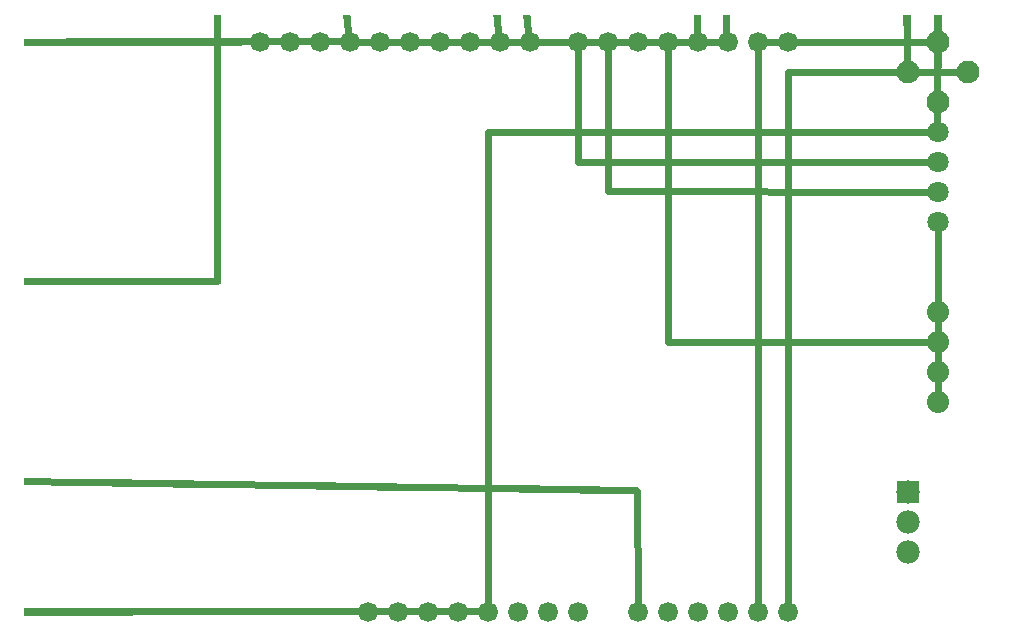
<source format=gbl>
G04 MADE WITH FRITZING*
G04 WWW.FRITZING.ORG*
G04 DOUBLE SIDED*
G04 HOLES PLATED*
G04 CONTOUR ON CENTER OF CONTOUR VECTOR*
%ASAXBY*%
%FSLAX23Y23*%
%MOIN*%
%OFA0B0*%
%SFA1.0B1.0*%
%ADD10C,0.078000*%
%ADD11C,0.066194*%
%ADD12C,0.066222*%
%ADD13C,0.076000*%
%ADD14C,0.071000*%
%ADD15C,0.070972*%
%ADD16C,0.073889*%
%ADD17R,0.078000X0.078000*%
%ADD18C,0.024000*%
%ADD19R,0.001000X0.001000*%
%LNCOPPER0*%
G90*
G70*
G54D10*
X2944Y633D03*
X2944Y533D03*
X2944Y433D03*
G54D11*
X2144Y233D03*
X2244Y233D03*
X2344Y233D03*
X2444Y233D03*
X2544Y233D03*
G54D12*
X1684Y2133D03*
X1584Y2133D03*
X1484Y2133D03*
X1384Y2133D03*
X1284Y2133D03*
X1184Y2133D03*
X1084Y2133D03*
X984Y2133D03*
X884Y2133D03*
X784Y2133D03*
X2544Y2133D03*
X2444Y2133D03*
X2344Y2133D03*
X2244Y2133D03*
X2144Y2133D03*
X2044Y2133D03*
X1944Y2133D03*
X1844Y2133D03*
G54D11*
X1244Y233D03*
X1144Y233D03*
X1344Y233D03*
X1444Y233D03*
X1544Y233D03*
X1644Y233D03*
X1744Y233D03*
X1844Y233D03*
X2044Y233D03*
G54D13*
X3144Y2033D03*
X2944Y2033D03*
X3044Y1933D03*
X3044Y2133D03*
G54D14*
X3044Y1833D03*
X3044Y1733D03*
G54D15*
X3044Y1633D03*
X3044Y1533D03*
G54D16*
X3044Y933D03*
X3044Y1033D03*
X3044Y1133D03*
X3044Y1233D03*
G54D17*
X2944Y633D03*
G54D18*
X2044Y264D02*
X2042Y637D01*
D02*
X1546Y1831D02*
X1544Y264D01*
D02*
X3014Y1833D02*
X1546Y1831D01*
D02*
X2544Y2033D02*
X3112Y2033D01*
D02*
X2544Y264D02*
X2544Y2033D01*
D02*
X2342Y2131D02*
X1115Y2133D01*
D02*
X1944Y1635D02*
X3014Y1633D01*
D02*
X1944Y2103D02*
X1944Y1635D01*
D02*
X2447Y2131D02*
X2444Y264D01*
D02*
X3012Y2133D02*
X2447Y2131D01*
D02*
X2146Y1132D02*
X2144Y2103D01*
D02*
X3010Y1133D02*
X2146Y1132D01*
D02*
X1846Y1733D02*
X1845Y2103D01*
D02*
X3014Y1733D02*
X1846Y1733D01*
D02*
X3047Y1433D02*
X3045Y1503D01*
D02*
X3045Y968D02*
X3047Y1433D01*
G54D19*
X633Y2222D02*
X656Y2222D01*
X1063Y2222D02*
X1086Y2222D01*
X1564Y2222D02*
X1587Y2222D01*
X1663Y2222D02*
X1686Y2222D01*
X2232Y2222D02*
X2255Y2222D01*
X2330Y2222D02*
X2353Y2222D01*
X2931Y2222D02*
X2954Y2222D01*
X3033Y2222D02*
X3058Y2222D01*
X633Y2221D02*
X656Y2221D01*
X1063Y2221D02*
X1086Y2221D01*
X1564Y2221D02*
X1587Y2221D01*
X1663Y2221D02*
X1686Y2221D01*
X2232Y2221D02*
X2255Y2221D01*
X2330Y2221D02*
X2353Y2221D01*
X2931Y2221D02*
X2954Y2221D01*
X3033Y2221D02*
X3058Y2221D01*
X633Y2220D02*
X656Y2220D01*
X1063Y2220D02*
X1087Y2220D01*
X1564Y2220D02*
X1587Y2220D01*
X1663Y2220D02*
X1687Y2220D01*
X2232Y2220D02*
X2255Y2220D01*
X2330Y2220D02*
X2353Y2220D01*
X2931Y2220D02*
X2954Y2220D01*
X3033Y2220D02*
X3058Y2220D01*
X633Y2219D02*
X656Y2219D01*
X1064Y2219D02*
X1087Y2219D01*
X1564Y2219D02*
X1587Y2219D01*
X1664Y2219D02*
X1687Y2219D01*
X2232Y2219D02*
X2255Y2219D01*
X2330Y2219D02*
X2353Y2219D01*
X2931Y2219D02*
X2954Y2219D01*
X3033Y2219D02*
X3058Y2219D01*
X633Y2218D02*
X656Y2218D01*
X1064Y2218D02*
X1087Y2218D01*
X1564Y2218D02*
X1587Y2218D01*
X1664Y2218D02*
X1687Y2218D01*
X2232Y2218D02*
X2255Y2218D01*
X2330Y2218D02*
X2353Y2218D01*
X2931Y2218D02*
X2954Y2218D01*
X3033Y2218D02*
X3058Y2218D01*
X633Y2217D02*
X656Y2217D01*
X1064Y2217D02*
X1087Y2217D01*
X1564Y2217D02*
X1587Y2217D01*
X1664Y2217D02*
X1687Y2217D01*
X2232Y2217D02*
X2255Y2217D01*
X2330Y2217D02*
X2353Y2217D01*
X2931Y2217D02*
X2954Y2217D01*
X3033Y2217D02*
X3058Y2217D01*
X633Y2216D02*
X656Y2216D01*
X1064Y2216D02*
X1087Y2216D01*
X1564Y2216D02*
X1587Y2216D01*
X1664Y2216D02*
X1687Y2216D01*
X2232Y2216D02*
X2255Y2216D01*
X2330Y2216D02*
X2353Y2216D01*
X2931Y2216D02*
X2954Y2216D01*
X3033Y2216D02*
X3058Y2216D01*
X633Y2215D02*
X656Y2215D01*
X1064Y2215D02*
X1087Y2215D01*
X1564Y2215D02*
X1588Y2215D01*
X1664Y2215D02*
X1687Y2215D01*
X2232Y2215D02*
X2255Y2215D01*
X2330Y2215D02*
X2353Y2215D01*
X2931Y2215D02*
X2954Y2215D01*
X3033Y2215D02*
X3058Y2215D01*
X633Y2214D02*
X656Y2214D01*
X1064Y2214D02*
X1087Y2214D01*
X1565Y2214D02*
X1588Y2214D01*
X1664Y2214D02*
X1687Y2214D01*
X2232Y2214D02*
X2255Y2214D01*
X2330Y2214D02*
X2353Y2214D01*
X2931Y2214D02*
X2954Y2214D01*
X3033Y2214D02*
X3058Y2214D01*
X633Y2213D02*
X656Y2213D01*
X1064Y2213D02*
X1087Y2213D01*
X1565Y2213D02*
X1588Y2213D01*
X1664Y2213D02*
X1687Y2213D01*
X2232Y2213D02*
X2255Y2213D01*
X2330Y2213D02*
X2353Y2213D01*
X2931Y2213D02*
X2954Y2213D01*
X3033Y2213D02*
X3058Y2213D01*
X633Y2212D02*
X656Y2212D01*
X1064Y2212D02*
X1087Y2212D01*
X1565Y2212D02*
X1588Y2212D01*
X1664Y2212D02*
X1687Y2212D01*
X2232Y2212D02*
X2255Y2212D01*
X2330Y2212D02*
X2353Y2212D01*
X2931Y2212D02*
X2954Y2212D01*
X3033Y2212D02*
X3058Y2212D01*
X633Y2211D02*
X656Y2211D01*
X1064Y2211D02*
X1087Y2211D01*
X1565Y2211D02*
X1588Y2211D01*
X1664Y2211D02*
X1687Y2211D01*
X2232Y2211D02*
X2255Y2211D01*
X2330Y2211D02*
X2353Y2211D01*
X2931Y2211D02*
X2954Y2211D01*
X3033Y2211D02*
X3058Y2211D01*
X633Y2210D02*
X656Y2210D01*
X1064Y2210D02*
X1088Y2210D01*
X1565Y2210D02*
X1588Y2210D01*
X1664Y2210D02*
X1688Y2210D01*
X2232Y2210D02*
X2255Y2210D01*
X2330Y2210D02*
X2353Y2210D01*
X2931Y2210D02*
X2954Y2210D01*
X3033Y2210D02*
X3058Y2210D01*
X633Y2209D02*
X656Y2209D01*
X1065Y2209D02*
X1088Y2209D01*
X1565Y2209D02*
X1588Y2209D01*
X1665Y2209D02*
X1688Y2209D01*
X2232Y2209D02*
X2255Y2209D01*
X2330Y2209D02*
X2353Y2209D01*
X2931Y2209D02*
X2954Y2209D01*
X3033Y2209D02*
X3058Y2209D01*
X633Y2208D02*
X656Y2208D01*
X1065Y2208D02*
X1088Y2208D01*
X1565Y2208D02*
X1588Y2208D01*
X1665Y2208D02*
X1688Y2208D01*
X2232Y2208D02*
X2255Y2208D01*
X2330Y2208D02*
X2353Y2208D01*
X2931Y2208D02*
X2954Y2208D01*
X3033Y2208D02*
X3058Y2208D01*
X633Y2207D02*
X656Y2207D01*
X1065Y2207D02*
X1088Y2207D01*
X1565Y2207D02*
X1588Y2207D01*
X1665Y2207D02*
X1688Y2207D01*
X2232Y2207D02*
X2255Y2207D01*
X2330Y2207D02*
X2353Y2207D01*
X2931Y2207D02*
X2954Y2207D01*
X3033Y2207D02*
X3058Y2207D01*
X633Y2206D02*
X656Y2206D01*
X1065Y2206D02*
X1088Y2206D01*
X1565Y2206D02*
X1588Y2206D01*
X1665Y2206D02*
X1688Y2206D01*
X2232Y2206D02*
X2255Y2206D01*
X2330Y2206D02*
X2353Y2206D01*
X2931Y2206D02*
X2954Y2206D01*
X3033Y2206D02*
X3058Y2206D01*
X633Y2205D02*
X656Y2205D01*
X1065Y2205D02*
X1088Y2205D01*
X1565Y2205D02*
X1589Y2205D01*
X1665Y2205D02*
X1688Y2205D01*
X2232Y2205D02*
X2255Y2205D01*
X2330Y2205D02*
X2353Y2205D01*
X2931Y2205D02*
X2954Y2205D01*
X3033Y2205D02*
X3057Y2205D01*
X633Y2204D02*
X656Y2204D01*
X1065Y2204D02*
X1088Y2204D01*
X1565Y2204D02*
X1589Y2204D01*
X1665Y2204D02*
X1688Y2204D01*
X2232Y2204D02*
X2255Y2204D01*
X2330Y2204D02*
X2353Y2204D01*
X2931Y2204D02*
X2954Y2204D01*
X3033Y2204D02*
X3057Y2204D01*
X633Y2203D02*
X656Y2203D01*
X1065Y2203D02*
X1088Y2203D01*
X1566Y2203D02*
X1589Y2203D01*
X1665Y2203D02*
X1688Y2203D01*
X2232Y2203D02*
X2255Y2203D01*
X2330Y2203D02*
X2353Y2203D01*
X2931Y2203D02*
X2954Y2203D01*
X3033Y2203D02*
X3057Y2203D01*
X633Y2202D02*
X656Y2202D01*
X1065Y2202D02*
X1088Y2202D01*
X1566Y2202D02*
X1589Y2202D01*
X1665Y2202D02*
X1688Y2202D01*
X2232Y2202D02*
X2255Y2202D01*
X2330Y2202D02*
X2353Y2202D01*
X2931Y2202D02*
X2954Y2202D01*
X3033Y2202D02*
X3057Y2202D01*
X633Y2201D02*
X656Y2201D01*
X1065Y2201D02*
X1088Y2201D01*
X1566Y2201D02*
X1589Y2201D01*
X1665Y2201D02*
X1688Y2201D01*
X2232Y2201D02*
X2255Y2201D01*
X2330Y2201D02*
X2353Y2201D01*
X2931Y2201D02*
X2954Y2201D01*
X3033Y2201D02*
X3057Y2201D01*
X633Y2200D02*
X656Y2200D01*
X1065Y2200D02*
X1089Y2200D01*
X1566Y2200D02*
X1589Y2200D01*
X1665Y2200D02*
X1689Y2200D01*
X2232Y2200D02*
X2255Y2200D01*
X2330Y2200D02*
X2353Y2200D01*
X2931Y2200D02*
X2954Y2200D01*
X3033Y2200D02*
X3057Y2200D01*
X633Y2199D02*
X656Y2199D01*
X1066Y2199D02*
X1089Y2199D01*
X1566Y2199D02*
X1589Y2199D01*
X1666Y2199D02*
X1689Y2199D01*
X2232Y2199D02*
X2255Y2199D01*
X2330Y2199D02*
X2353Y2199D01*
X2931Y2199D02*
X2954Y2199D01*
X3033Y2199D02*
X3057Y2199D01*
X633Y2198D02*
X656Y2198D01*
X1066Y2198D02*
X1089Y2198D01*
X1566Y2198D02*
X1589Y2198D01*
X1666Y2198D02*
X1689Y2198D01*
X2232Y2198D02*
X2255Y2198D01*
X2330Y2198D02*
X2353Y2198D01*
X2931Y2198D02*
X2954Y2198D01*
X3033Y2198D02*
X3057Y2198D01*
X633Y2197D02*
X656Y2197D01*
X1066Y2197D02*
X1089Y2197D01*
X1566Y2197D02*
X1589Y2197D01*
X1666Y2197D02*
X1689Y2197D01*
X2232Y2197D02*
X2255Y2197D01*
X2330Y2197D02*
X2353Y2197D01*
X2931Y2197D02*
X2954Y2197D01*
X3033Y2197D02*
X3057Y2197D01*
X633Y2196D02*
X656Y2196D01*
X1066Y2196D02*
X1089Y2196D01*
X1566Y2196D02*
X1589Y2196D01*
X1666Y2196D02*
X1689Y2196D01*
X2232Y2196D02*
X2255Y2196D01*
X2330Y2196D02*
X2353Y2196D01*
X2931Y2196D02*
X2954Y2196D01*
X3033Y2196D02*
X3057Y2196D01*
X633Y2195D02*
X656Y2195D01*
X1066Y2195D02*
X1089Y2195D01*
X1566Y2195D02*
X1589Y2195D01*
X1666Y2195D02*
X1689Y2195D01*
X2232Y2195D02*
X2255Y2195D01*
X2330Y2195D02*
X2353Y2195D01*
X2931Y2195D02*
X2954Y2195D01*
X3033Y2195D02*
X3057Y2195D01*
X633Y2194D02*
X656Y2194D01*
X1066Y2194D02*
X1089Y2194D01*
X1566Y2194D02*
X1590Y2194D01*
X1666Y2194D02*
X1689Y2194D01*
X2232Y2194D02*
X2255Y2194D01*
X2330Y2194D02*
X2353Y2194D01*
X2931Y2194D02*
X2954Y2194D01*
X3033Y2194D02*
X3057Y2194D01*
X633Y2193D02*
X656Y2193D01*
X1066Y2193D02*
X1089Y2193D01*
X1567Y2193D02*
X1590Y2193D01*
X1666Y2193D02*
X1689Y2193D01*
X2232Y2193D02*
X2255Y2193D01*
X2330Y2193D02*
X2353Y2193D01*
X2931Y2193D02*
X2954Y2193D01*
X3033Y2193D02*
X3057Y2193D01*
X633Y2192D02*
X656Y2192D01*
X1066Y2192D02*
X1089Y2192D01*
X1567Y2192D02*
X1590Y2192D01*
X1666Y2192D02*
X1689Y2192D01*
X2232Y2192D02*
X2255Y2192D01*
X2330Y2192D02*
X2353Y2192D01*
X2931Y2192D02*
X2954Y2192D01*
X3033Y2192D02*
X3057Y2192D01*
X633Y2191D02*
X656Y2191D01*
X1066Y2191D02*
X1090Y2191D01*
X1567Y2191D02*
X1590Y2191D01*
X1666Y2191D02*
X1689Y2191D01*
X2232Y2191D02*
X2255Y2191D01*
X2330Y2191D02*
X2353Y2191D01*
X2931Y2191D02*
X2954Y2191D01*
X3033Y2191D02*
X3057Y2191D01*
X633Y2190D02*
X656Y2190D01*
X1066Y2190D02*
X1090Y2190D01*
X1567Y2190D02*
X1590Y2190D01*
X1666Y2190D02*
X1690Y2190D01*
X2232Y2190D02*
X2255Y2190D01*
X2330Y2190D02*
X2353Y2190D01*
X2931Y2190D02*
X2954Y2190D01*
X3033Y2190D02*
X3057Y2190D01*
X633Y2189D02*
X656Y2189D01*
X1067Y2189D02*
X1090Y2189D01*
X1567Y2189D02*
X1590Y2189D01*
X1667Y2189D02*
X1690Y2189D01*
X2232Y2189D02*
X2255Y2189D01*
X2330Y2189D02*
X2353Y2189D01*
X2931Y2189D02*
X2954Y2189D01*
X3033Y2189D02*
X3057Y2189D01*
X633Y2188D02*
X656Y2188D01*
X1067Y2188D02*
X1090Y2188D01*
X1567Y2188D02*
X1590Y2188D01*
X1667Y2188D02*
X1690Y2188D01*
X2232Y2188D02*
X2255Y2188D01*
X2330Y2188D02*
X2353Y2188D01*
X2931Y2188D02*
X2954Y2188D01*
X3033Y2188D02*
X3057Y2188D01*
X633Y2187D02*
X656Y2187D01*
X1067Y2187D02*
X1090Y2187D01*
X1567Y2187D02*
X1590Y2187D01*
X1667Y2187D02*
X1690Y2187D01*
X2232Y2187D02*
X2255Y2187D01*
X2330Y2187D02*
X2353Y2187D01*
X2931Y2187D02*
X2954Y2187D01*
X3033Y2187D02*
X3057Y2187D01*
X633Y2186D02*
X656Y2186D01*
X1067Y2186D02*
X1090Y2186D01*
X1567Y2186D02*
X1590Y2186D01*
X1667Y2186D02*
X1690Y2186D01*
X2232Y2186D02*
X2255Y2186D01*
X2330Y2186D02*
X2353Y2186D01*
X2931Y2186D02*
X2955Y2186D01*
X3033Y2186D02*
X3057Y2186D01*
X633Y2185D02*
X656Y2185D01*
X1067Y2185D02*
X1090Y2185D01*
X1567Y2185D02*
X1590Y2185D01*
X1667Y2185D02*
X1690Y2185D01*
X2232Y2185D02*
X2255Y2185D01*
X2330Y2185D02*
X2353Y2185D01*
X2931Y2185D02*
X2955Y2185D01*
X3033Y2185D02*
X3057Y2185D01*
X633Y2184D02*
X656Y2184D01*
X1067Y2184D02*
X1090Y2184D01*
X1567Y2184D02*
X1591Y2184D01*
X1667Y2184D02*
X1690Y2184D01*
X2232Y2184D02*
X2255Y2184D01*
X2330Y2184D02*
X2353Y2184D01*
X2932Y2184D02*
X2955Y2184D01*
X3033Y2184D02*
X3057Y2184D01*
X633Y2183D02*
X656Y2183D01*
X1067Y2183D02*
X1090Y2183D01*
X1568Y2183D02*
X1591Y2183D01*
X1667Y2183D02*
X1690Y2183D01*
X2232Y2183D02*
X2255Y2183D01*
X2330Y2183D02*
X2353Y2183D01*
X2932Y2183D02*
X2955Y2183D01*
X3033Y2183D02*
X3057Y2183D01*
X633Y2182D02*
X656Y2182D01*
X1067Y2182D02*
X1090Y2182D01*
X1568Y2182D02*
X1591Y2182D01*
X1667Y2182D02*
X1690Y2182D01*
X2232Y2182D02*
X2255Y2182D01*
X2330Y2182D02*
X2353Y2182D01*
X2932Y2182D02*
X2955Y2182D01*
X3033Y2182D02*
X3057Y2182D01*
X633Y2181D02*
X656Y2181D01*
X1067Y2181D02*
X1091Y2181D01*
X1568Y2181D02*
X1591Y2181D01*
X1667Y2181D02*
X1691Y2181D01*
X2232Y2181D02*
X2255Y2181D01*
X2330Y2181D02*
X2353Y2181D01*
X2932Y2181D02*
X2955Y2181D01*
X3033Y2181D02*
X3057Y2181D01*
X633Y2180D02*
X656Y2180D01*
X1068Y2180D02*
X1091Y2180D01*
X1568Y2180D02*
X1591Y2180D01*
X1667Y2180D02*
X1691Y2180D01*
X2232Y2180D02*
X2255Y2180D01*
X2330Y2180D02*
X2353Y2180D01*
X2932Y2180D02*
X2955Y2180D01*
X3033Y2180D02*
X3057Y2180D01*
X633Y2179D02*
X656Y2179D01*
X1068Y2179D02*
X1091Y2179D01*
X1568Y2179D02*
X1591Y2179D01*
X1668Y2179D02*
X1691Y2179D01*
X2232Y2179D02*
X2255Y2179D01*
X2330Y2179D02*
X2353Y2179D01*
X2932Y2179D02*
X2955Y2179D01*
X3033Y2179D02*
X3057Y2179D01*
X633Y2178D02*
X656Y2178D01*
X1068Y2178D02*
X1091Y2178D01*
X1568Y2178D02*
X1591Y2178D01*
X1668Y2178D02*
X1691Y2178D01*
X2232Y2178D02*
X2255Y2178D01*
X2330Y2178D02*
X2353Y2178D01*
X2932Y2178D02*
X2955Y2178D01*
X3033Y2178D02*
X3057Y2178D01*
X633Y2177D02*
X656Y2177D01*
X1068Y2177D02*
X1091Y2177D01*
X1568Y2177D02*
X1591Y2177D01*
X1668Y2177D02*
X1691Y2177D01*
X2232Y2177D02*
X2255Y2177D01*
X2330Y2177D02*
X2353Y2177D01*
X2932Y2177D02*
X2955Y2177D01*
X3033Y2177D02*
X3057Y2177D01*
X633Y2176D02*
X656Y2176D01*
X1068Y2176D02*
X1091Y2176D01*
X1568Y2176D02*
X1591Y2176D01*
X1668Y2176D02*
X1691Y2176D01*
X2232Y2176D02*
X2255Y2176D01*
X2330Y2176D02*
X2353Y2176D01*
X2932Y2176D02*
X2955Y2176D01*
X3033Y2176D02*
X3057Y2176D01*
X633Y2175D02*
X656Y2175D01*
X1068Y2175D02*
X1091Y2175D01*
X1568Y2175D02*
X1591Y2175D01*
X1668Y2175D02*
X1691Y2175D01*
X2232Y2175D02*
X2255Y2175D01*
X2330Y2175D02*
X2353Y2175D01*
X2932Y2175D02*
X2955Y2175D01*
X3033Y2175D02*
X3057Y2175D01*
X633Y2174D02*
X656Y2174D01*
X1068Y2174D02*
X1091Y2174D01*
X1568Y2174D02*
X1591Y2174D01*
X1668Y2174D02*
X1691Y2174D01*
X2232Y2174D02*
X2255Y2174D01*
X2330Y2174D02*
X2353Y2174D01*
X2932Y2174D02*
X2955Y2174D01*
X3033Y2174D02*
X3057Y2174D01*
X633Y2173D02*
X656Y2173D01*
X1068Y2173D02*
X1091Y2173D01*
X1568Y2173D02*
X1592Y2173D01*
X1668Y2173D02*
X1691Y2173D01*
X2232Y2173D02*
X2255Y2173D01*
X2330Y2173D02*
X2353Y2173D01*
X2932Y2173D02*
X2955Y2173D01*
X3033Y2173D02*
X3057Y2173D01*
X633Y2172D02*
X656Y2172D01*
X1068Y2172D02*
X1091Y2172D01*
X1569Y2172D02*
X1592Y2172D01*
X1668Y2172D02*
X1691Y2172D01*
X2232Y2172D02*
X2255Y2172D01*
X2330Y2172D02*
X2353Y2172D01*
X2932Y2172D02*
X2955Y2172D01*
X3033Y2172D02*
X3057Y2172D01*
X633Y2171D02*
X656Y2171D01*
X1068Y2171D02*
X1092Y2171D01*
X1569Y2171D02*
X1592Y2171D01*
X1668Y2171D02*
X1692Y2171D01*
X2232Y2171D02*
X2255Y2171D01*
X2330Y2171D02*
X2353Y2171D01*
X2932Y2171D02*
X2955Y2171D01*
X3033Y2171D02*
X3057Y2171D01*
X633Y2170D02*
X656Y2170D01*
X1069Y2170D02*
X1092Y2170D01*
X1569Y2170D02*
X1592Y2170D01*
X1668Y2170D02*
X1692Y2170D01*
X2232Y2170D02*
X2255Y2170D01*
X2330Y2170D02*
X2353Y2170D01*
X2932Y2170D02*
X2955Y2170D01*
X3033Y2170D02*
X3057Y2170D01*
X633Y2169D02*
X656Y2169D01*
X1069Y2169D02*
X1092Y2169D01*
X1569Y2169D02*
X1592Y2169D01*
X1669Y2169D02*
X1692Y2169D01*
X2232Y2169D02*
X2255Y2169D01*
X2330Y2169D02*
X2353Y2169D01*
X2932Y2169D02*
X2955Y2169D01*
X3033Y2169D02*
X3057Y2169D01*
X633Y2168D02*
X656Y2168D01*
X1069Y2168D02*
X1092Y2168D01*
X1569Y2168D02*
X1592Y2168D01*
X1669Y2168D02*
X1692Y2168D01*
X2232Y2168D02*
X2255Y2168D01*
X2330Y2168D02*
X2353Y2168D01*
X2932Y2168D02*
X2955Y2168D01*
X3033Y2168D02*
X3057Y2168D01*
X633Y2167D02*
X656Y2167D01*
X1069Y2167D02*
X1092Y2167D01*
X1569Y2167D02*
X1592Y2167D01*
X1669Y2167D02*
X1692Y2167D01*
X2232Y2167D02*
X2255Y2167D01*
X2330Y2167D02*
X2353Y2167D01*
X2932Y2167D02*
X2955Y2167D01*
X3033Y2167D02*
X3057Y2167D01*
X633Y2166D02*
X656Y2166D01*
X1069Y2166D02*
X1092Y2166D01*
X1569Y2166D02*
X1592Y2166D01*
X1669Y2166D02*
X1692Y2166D01*
X2232Y2166D02*
X2255Y2166D01*
X2330Y2166D02*
X2353Y2166D01*
X2932Y2166D02*
X2955Y2166D01*
X3033Y2166D02*
X3057Y2166D01*
X633Y2165D02*
X656Y2165D01*
X1069Y2165D02*
X1092Y2165D01*
X1569Y2165D02*
X1592Y2165D01*
X1669Y2165D02*
X1692Y2165D01*
X2232Y2165D02*
X2255Y2165D01*
X2330Y2165D02*
X2353Y2165D01*
X2932Y2165D02*
X2955Y2165D01*
X3033Y2165D02*
X3057Y2165D01*
X633Y2164D02*
X656Y2164D01*
X1069Y2164D02*
X1092Y2164D01*
X1569Y2164D02*
X1592Y2164D01*
X1669Y2164D02*
X1692Y2164D01*
X2232Y2164D02*
X2255Y2164D01*
X2330Y2164D02*
X2353Y2164D01*
X2932Y2164D02*
X2955Y2164D01*
X3033Y2164D02*
X3057Y2164D01*
X633Y2163D02*
X656Y2163D01*
X1069Y2163D02*
X1092Y2163D01*
X1569Y2163D02*
X1592Y2163D01*
X1669Y2163D02*
X1692Y2163D01*
X2232Y2163D02*
X2255Y2163D01*
X2330Y2163D02*
X2353Y2163D01*
X2932Y2163D02*
X2955Y2163D01*
X3033Y2163D02*
X3057Y2163D01*
X633Y2162D02*
X656Y2162D01*
X1069Y2162D02*
X1092Y2162D01*
X1570Y2162D02*
X1592Y2162D01*
X1669Y2162D02*
X1692Y2162D01*
X2232Y2162D02*
X2255Y2162D01*
X2330Y2162D02*
X2353Y2162D01*
X2932Y2162D02*
X2955Y2162D01*
X3033Y2162D02*
X3057Y2162D01*
X633Y2161D02*
X656Y2161D01*
X1070Y2161D02*
X1092Y2161D01*
X1570Y2161D02*
X1592Y2161D01*
X1670Y2161D02*
X1692Y2161D01*
X2233Y2161D02*
X2255Y2161D01*
X2330Y2161D02*
X2353Y2161D01*
X2932Y2161D02*
X2955Y2161D01*
X3033Y2161D02*
X3057Y2161D01*
X633Y2160D02*
X656Y2160D01*
X1070Y2160D02*
X1092Y2160D01*
X1570Y2160D02*
X1592Y2160D01*
X1670Y2160D02*
X1692Y2160D01*
X2233Y2160D02*
X2254Y2160D01*
X2330Y2160D02*
X2353Y2160D01*
X2932Y2160D02*
X2955Y2160D01*
X3033Y2160D02*
X3057Y2160D01*
X633Y2159D02*
X656Y2159D01*
X1070Y2159D02*
X1091Y2159D01*
X1570Y2159D02*
X1591Y2159D01*
X1670Y2159D02*
X1691Y2159D01*
X2233Y2159D02*
X2254Y2159D01*
X2330Y2159D02*
X2353Y2159D01*
X2932Y2159D02*
X2955Y2159D01*
X3033Y2159D02*
X3057Y2159D01*
X633Y2158D02*
X656Y2158D01*
X1071Y2158D02*
X1091Y2158D01*
X1571Y2158D02*
X1591Y2158D01*
X1671Y2158D02*
X1691Y2158D01*
X2234Y2158D02*
X2254Y2158D01*
X2330Y2158D02*
X2353Y2158D01*
X2932Y2158D02*
X2955Y2158D01*
X3033Y2158D02*
X3057Y2158D01*
X633Y2157D02*
X656Y2157D01*
X1071Y2157D02*
X1090Y2157D01*
X1572Y2157D02*
X1590Y2157D01*
X1671Y2157D02*
X1690Y2157D01*
X2234Y2157D02*
X2253Y2157D01*
X2330Y2157D02*
X2353Y2157D01*
X2932Y2157D02*
X2955Y2157D01*
X3033Y2157D02*
X3057Y2157D01*
X633Y2156D02*
X656Y2156D01*
X1072Y2156D02*
X1089Y2156D01*
X1572Y2156D02*
X1589Y2156D01*
X1672Y2156D02*
X1689Y2156D01*
X2235Y2156D02*
X2252Y2156D01*
X2330Y2156D02*
X2353Y2156D01*
X2932Y2156D02*
X2955Y2156D01*
X3033Y2156D02*
X3057Y2156D01*
X633Y2155D02*
X656Y2155D01*
X1073Y2155D02*
X1088Y2155D01*
X1573Y2155D02*
X1588Y2155D01*
X1673Y2155D02*
X1688Y2155D01*
X2236Y2155D02*
X2251Y2155D01*
X2330Y2155D02*
X2353Y2155D01*
X2932Y2155D02*
X2955Y2155D01*
X3033Y2155D02*
X3057Y2155D01*
X633Y2154D02*
X656Y2154D01*
X1074Y2154D02*
X1087Y2154D01*
X1575Y2154D02*
X1587Y2154D01*
X1674Y2154D02*
X1687Y2154D01*
X2238Y2154D02*
X2250Y2154D01*
X2330Y2154D02*
X2353Y2154D01*
X2932Y2154D02*
X2955Y2154D01*
X3033Y2154D02*
X3057Y2154D01*
X633Y2153D02*
X656Y2153D01*
X1076Y2153D02*
X1085Y2153D01*
X1576Y2153D02*
X1586Y2153D01*
X1676Y2153D02*
X1685Y2153D01*
X2239Y2153D02*
X2248Y2153D01*
X2330Y2153D02*
X2353Y2153D01*
X2932Y2153D02*
X2955Y2153D01*
X3033Y2153D02*
X3057Y2153D01*
X633Y2152D02*
X656Y2152D01*
X1079Y2152D02*
X1082Y2152D01*
X1580Y2152D02*
X1582Y2152D01*
X1679Y2152D02*
X1682Y2152D01*
X2244Y2152D02*
X2244Y2152D01*
X2330Y2152D02*
X2353Y2152D01*
X2932Y2152D02*
X2955Y2152D01*
X3033Y2152D02*
X3057Y2152D01*
X633Y2151D02*
X656Y2151D01*
X2330Y2151D02*
X2353Y2151D01*
X2932Y2151D02*
X2955Y2151D01*
X3033Y2151D02*
X3057Y2151D01*
X633Y2150D02*
X656Y2150D01*
X2330Y2150D02*
X2353Y2150D01*
X2932Y2150D02*
X2955Y2150D01*
X3033Y2150D02*
X3057Y2150D01*
X633Y2149D02*
X656Y2149D01*
X2330Y2149D02*
X2353Y2149D01*
X2932Y2149D02*
X2955Y2149D01*
X3033Y2149D02*
X3057Y2149D01*
X633Y2148D02*
X656Y2148D01*
X2330Y2148D02*
X2353Y2148D01*
X2932Y2148D02*
X2955Y2148D01*
X3033Y2148D02*
X3057Y2148D01*
X633Y2147D02*
X656Y2147D01*
X2330Y2147D02*
X2353Y2147D01*
X2932Y2147D02*
X2955Y2147D01*
X3033Y2147D02*
X3057Y2147D01*
X633Y2146D02*
X656Y2146D01*
X2330Y2146D02*
X2353Y2146D01*
X2932Y2146D02*
X2955Y2146D01*
X3033Y2146D02*
X3057Y2146D01*
X633Y2145D02*
X656Y2145D01*
X722Y2145D02*
X1056Y2145D01*
X2330Y2145D02*
X2353Y2145D01*
X2932Y2145D02*
X2955Y2145D01*
X3033Y2145D02*
X3057Y2145D01*
X138Y2144D02*
X1059Y2144D01*
X2330Y2144D02*
X2353Y2144D01*
X2932Y2144D02*
X2955Y2144D01*
X3033Y2144D02*
X3057Y2144D01*
X0Y2143D02*
X1060Y2143D01*
X2330Y2143D02*
X2353Y2143D01*
X2932Y2143D02*
X2955Y2143D01*
X3033Y2143D02*
X3057Y2143D01*
X0Y2142D02*
X1061Y2142D01*
X2330Y2142D02*
X2353Y2142D01*
X2932Y2142D02*
X2955Y2142D01*
X3033Y2142D02*
X3057Y2142D01*
X0Y2141D02*
X1062Y2141D01*
X2330Y2141D02*
X2353Y2141D01*
X2932Y2141D02*
X2955Y2141D01*
X3033Y2141D02*
X3057Y2141D01*
X0Y2140D02*
X1063Y2140D01*
X2330Y2140D02*
X2353Y2140D01*
X2932Y2140D02*
X2955Y2140D01*
X3033Y2140D02*
X3057Y2140D01*
X0Y2139D02*
X1064Y2139D01*
X2330Y2139D02*
X2353Y2139D01*
X2932Y2139D02*
X2955Y2139D01*
X3033Y2139D02*
X3057Y2139D01*
X0Y2138D02*
X1064Y2138D01*
X2330Y2138D02*
X2353Y2138D01*
X2932Y2138D02*
X2955Y2138D01*
X3033Y2138D02*
X3057Y2138D01*
X0Y2137D02*
X1064Y2137D01*
X2330Y2137D02*
X2353Y2137D01*
X2932Y2137D02*
X2955Y2137D01*
X3033Y2137D02*
X3057Y2137D01*
X0Y2136D02*
X1065Y2136D01*
X2330Y2136D02*
X2353Y2136D01*
X2932Y2136D02*
X2955Y2136D01*
X3033Y2136D02*
X3057Y2136D01*
X0Y2135D02*
X1065Y2135D01*
X2330Y2135D02*
X2353Y2135D01*
X2932Y2135D02*
X2955Y2135D01*
X3033Y2135D02*
X3057Y2135D01*
X0Y2134D02*
X1065Y2134D01*
X2330Y2134D02*
X2353Y2134D01*
X2932Y2134D02*
X2955Y2134D01*
X3033Y2134D02*
X3057Y2134D01*
X0Y2133D02*
X1065Y2133D01*
X2330Y2133D02*
X2353Y2133D01*
X2932Y2133D02*
X2955Y2133D01*
X3033Y2133D02*
X3057Y2133D01*
X0Y2132D02*
X1065Y2132D01*
X2330Y2132D02*
X2353Y2132D01*
X2932Y2132D02*
X2955Y2132D01*
X3033Y2132D02*
X3057Y2132D01*
X0Y2131D02*
X1065Y2131D01*
X2330Y2131D02*
X2353Y2131D01*
X2932Y2131D02*
X2955Y2131D01*
X3033Y2131D02*
X3057Y2131D01*
X0Y2130D02*
X1064Y2130D01*
X2330Y2130D02*
X2352Y2130D01*
X2932Y2130D02*
X2955Y2130D01*
X3033Y2130D02*
X3057Y2130D01*
X0Y2129D02*
X1064Y2129D01*
X2330Y2129D02*
X2352Y2129D01*
X2932Y2129D02*
X2955Y2129D01*
X3033Y2129D02*
X3057Y2129D01*
X0Y2128D02*
X1064Y2128D01*
X2330Y2128D02*
X2352Y2128D01*
X2932Y2128D02*
X2955Y2128D01*
X3033Y2128D02*
X3057Y2128D01*
X0Y2127D02*
X1063Y2127D01*
X2330Y2127D02*
X2352Y2127D01*
X2932Y2127D02*
X2955Y2127D01*
X3033Y2127D02*
X3057Y2127D01*
X0Y2126D02*
X1062Y2126D01*
X2331Y2126D02*
X2351Y2126D01*
X2932Y2126D02*
X2955Y2126D01*
X3033Y2126D02*
X3057Y2126D01*
X0Y2125D02*
X1061Y2125D01*
X2331Y2125D02*
X2351Y2125D01*
X2932Y2125D02*
X2955Y2125D01*
X3033Y2125D02*
X3057Y2125D01*
X0Y2124D02*
X1060Y2124D01*
X2332Y2124D02*
X2350Y2124D01*
X2932Y2124D02*
X2955Y2124D01*
X3033Y2124D02*
X3057Y2124D01*
X0Y2123D02*
X1059Y2123D01*
X2333Y2123D02*
X2349Y2123D01*
X2932Y2123D02*
X2955Y2123D01*
X3033Y2123D02*
X3057Y2123D01*
X0Y2122D02*
X1056Y2122D01*
X2334Y2122D02*
X2348Y2122D01*
X2932Y2122D02*
X2955Y2122D01*
X3033Y2122D02*
X3057Y2122D01*
X0Y2121D02*
X725Y2121D01*
X2335Y2121D02*
X2347Y2121D01*
X2932Y2121D02*
X2955Y2121D01*
X3033Y2121D02*
X3057Y2121D01*
X0Y2120D02*
X140Y2120D01*
X633Y2120D02*
X656Y2120D01*
X2337Y2120D02*
X2345Y2120D01*
X2932Y2120D02*
X2955Y2120D01*
X3033Y2120D02*
X3057Y2120D01*
X633Y2119D02*
X656Y2119D01*
X2932Y2119D02*
X2955Y2119D01*
X3033Y2119D02*
X3057Y2119D01*
X633Y2118D02*
X656Y2118D01*
X2932Y2118D02*
X2955Y2118D01*
X3033Y2118D02*
X3057Y2118D01*
X633Y2117D02*
X656Y2117D01*
X2932Y2117D02*
X2955Y2117D01*
X3033Y2117D02*
X3057Y2117D01*
X633Y2116D02*
X656Y2116D01*
X2932Y2116D02*
X2955Y2116D01*
X3033Y2116D02*
X3057Y2116D01*
X633Y2115D02*
X656Y2115D01*
X2932Y2115D02*
X2955Y2115D01*
X3033Y2115D02*
X3057Y2115D01*
X633Y2114D02*
X656Y2114D01*
X2932Y2114D02*
X2955Y2114D01*
X3033Y2114D02*
X3057Y2114D01*
X633Y2113D02*
X656Y2113D01*
X2932Y2113D02*
X2955Y2113D01*
X3033Y2113D02*
X3057Y2113D01*
X633Y2112D02*
X656Y2112D01*
X2932Y2112D02*
X2955Y2112D01*
X3033Y2112D02*
X3057Y2112D01*
X633Y2111D02*
X656Y2111D01*
X2932Y2111D02*
X2955Y2111D01*
X3033Y2111D02*
X3057Y2111D01*
X633Y2110D02*
X656Y2110D01*
X2932Y2110D02*
X2955Y2110D01*
X3033Y2110D02*
X3057Y2110D01*
X633Y2109D02*
X656Y2109D01*
X2932Y2109D02*
X2955Y2109D01*
X3033Y2109D02*
X3057Y2109D01*
X633Y2108D02*
X656Y2108D01*
X2932Y2108D02*
X2955Y2108D01*
X3033Y2108D02*
X3057Y2108D01*
X633Y2107D02*
X656Y2107D01*
X2932Y2107D02*
X2955Y2107D01*
X3033Y2107D02*
X3057Y2107D01*
X633Y2106D02*
X656Y2106D01*
X2932Y2106D02*
X2955Y2106D01*
X3033Y2106D02*
X3057Y2106D01*
X633Y2105D02*
X656Y2105D01*
X2932Y2105D02*
X2955Y2105D01*
X3033Y2105D02*
X3057Y2105D01*
X633Y2104D02*
X656Y2104D01*
X2932Y2104D02*
X2955Y2104D01*
X3033Y2104D02*
X3057Y2104D01*
X633Y2103D02*
X656Y2103D01*
X2932Y2103D02*
X2955Y2103D01*
X3033Y2103D02*
X3057Y2103D01*
X633Y2102D02*
X656Y2102D01*
X2932Y2102D02*
X2955Y2102D01*
X3033Y2102D02*
X3057Y2102D01*
X633Y2101D02*
X656Y2101D01*
X2932Y2101D02*
X2955Y2101D01*
X3033Y2101D02*
X3057Y2101D01*
X633Y2100D02*
X656Y2100D01*
X2932Y2100D02*
X2955Y2100D01*
X3033Y2100D02*
X3057Y2100D01*
X633Y2099D02*
X656Y2099D01*
X2932Y2099D02*
X2955Y2099D01*
X3033Y2099D02*
X3057Y2099D01*
X633Y2098D02*
X656Y2098D01*
X2932Y2098D02*
X2955Y2098D01*
X3033Y2098D02*
X3057Y2098D01*
X633Y2097D02*
X656Y2097D01*
X2932Y2097D02*
X2955Y2097D01*
X3033Y2097D02*
X3057Y2097D01*
X633Y2096D02*
X656Y2096D01*
X2932Y2096D02*
X2955Y2096D01*
X3033Y2096D02*
X3057Y2096D01*
X633Y2095D02*
X656Y2095D01*
X2932Y2095D02*
X2955Y2095D01*
X3033Y2095D02*
X3057Y2095D01*
X633Y2094D02*
X656Y2094D01*
X2932Y2094D02*
X2955Y2094D01*
X3033Y2094D02*
X3057Y2094D01*
X633Y2093D02*
X656Y2093D01*
X2932Y2093D02*
X2955Y2093D01*
X3033Y2093D02*
X3057Y2093D01*
X633Y2092D02*
X656Y2092D01*
X2932Y2092D02*
X2955Y2092D01*
X3033Y2092D02*
X3057Y2092D01*
X633Y2091D02*
X656Y2091D01*
X2932Y2091D02*
X2955Y2091D01*
X3033Y2091D02*
X3057Y2091D01*
X633Y2090D02*
X656Y2090D01*
X2932Y2090D02*
X2955Y2090D01*
X3033Y2090D02*
X3057Y2090D01*
X633Y2089D02*
X656Y2089D01*
X2932Y2089D02*
X2955Y2089D01*
X3033Y2089D02*
X3057Y2089D01*
X633Y2088D02*
X656Y2088D01*
X2932Y2088D02*
X2955Y2088D01*
X3033Y2088D02*
X3057Y2088D01*
X633Y2087D02*
X656Y2087D01*
X2932Y2087D02*
X2955Y2087D01*
X3033Y2087D02*
X3057Y2087D01*
X633Y2086D02*
X656Y2086D01*
X2932Y2086D02*
X2955Y2086D01*
X3033Y2086D02*
X3057Y2086D01*
X633Y2085D02*
X656Y2085D01*
X2932Y2085D02*
X2955Y2085D01*
X3033Y2085D02*
X3057Y2085D01*
X633Y2084D02*
X656Y2084D01*
X2932Y2084D02*
X2955Y2084D01*
X3033Y2084D02*
X3057Y2084D01*
X633Y2083D02*
X656Y2083D01*
X2932Y2083D02*
X2955Y2083D01*
X3033Y2083D02*
X3057Y2083D01*
X633Y2082D02*
X656Y2082D01*
X2932Y2082D02*
X2955Y2082D01*
X3033Y2082D02*
X3057Y2082D01*
X633Y2081D02*
X656Y2081D01*
X2932Y2081D02*
X2955Y2081D01*
X3033Y2081D02*
X3057Y2081D01*
X633Y2080D02*
X656Y2080D01*
X2932Y2080D02*
X2955Y2080D01*
X3033Y2080D02*
X3057Y2080D01*
X633Y2079D02*
X656Y2079D01*
X2932Y2079D02*
X2955Y2079D01*
X3033Y2079D02*
X3057Y2079D01*
X633Y2078D02*
X656Y2078D01*
X2932Y2078D02*
X2955Y2078D01*
X3033Y2078D02*
X3057Y2078D01*
X633Y2077D02*
X656Y2077D01*
X2932Y2077D02*
X2955Y2077D01*
X3033Y2077D02*
X3057Y2077D01*
X633Y2076D02*
X656Y2076D01*
X2932Y2076D02*
X2955Y2076D01*
X3033Y2076D02*
X3057Y2076D01*
X633Y2075D02*
X656Y2075D01*
X2932Y2075D02*
X2955Y2075D01*
X3033Y2075D02*
X3057Y2075D01*
X633Y2074D02*
X656Y2074D01*
X2932Y2074D02*
X2955Y2074D01*
X3033Y2074D02*
X3057Y2074D01*
X633Y2073D02*
X656Y2073D01*
X2932Y2073D02*
X2955Y2073D01*
X3033Y2073D02*
X3057Y2073D01*
X633Y2072D02*
X656Y2072D01*
X2932Y2072D02*
X2955Y2072D01*
X3033Y2072D02*
X3057Y2072D01*
X633Y2071D02*
X656Y2071D01*
X2932Y2071D02*
X2955Y2071D01*
X3033Y2071D02*
X3057Y2071D01*
X633Y2070D02*
X656Y2070D01*
X2932Y2070D02*
X2955Y2070D01*
X3033Y2070D02*
X3057Y2070D01*
X633Y2069D02*
X656Y2069D01*
X2932Y2069D02*
X2955Y2069D01*
X3033Y2069D02*
X3057Y2069D01*
X633Y2068D02*
X656Y2068D01*
X2932Y2068D02*
X2955Y2068D01*
X3033Y2068D02*
X3057Y2068D01*
X633Y2067D02*
X656Y2067D01*
X2932Y2067D02*
X2955Y2067D01*
X3033Y2067D02*
X3057Y2067D01*
X633Y2066D02*
X656Y2066D01*
X2932Y2066D02*
X2955Y2066D01*
X3033Y2066D02*
X3057Y2066D01*
X633Y2065D02*
X656Y2065D01*
X2932Y2065D02*
X2955Y2065D01*
X3033Y2065D02*
X3057Y2065D01*
X633Y2064D02*
X656Y2064D01*
X2932Y2064D02*
X2955Y2064D01*
X3033Y2064D02*
X3057Y2064D01*
X633Y2063D02*
X656Y2063D01*
X2933Y2063D02*
X2954Y2063D01*
X3033Y2063D02*
X3057Y2063D01*
X633Y2062D02*
X656Y2062D01*
X2933Y2062D02*
X2954Y2062D01*
X3033Y2062D02*
X3057Y2062D01*
X633Y2061D02*
X656Y2061D01*
X2933Y2061D02*
X2954Y2061D01*
X3033Y2061D02*
X3057Y2061D01*
X633Y2060D02*
X656Y2060D01*
X2934Y2060D02*
X2953Y2060D01*
X3033Y2060D02*
X3057Y2060D01*
X633Y2059D02*
X656Y2059D01*
X2935Y2059D02*
X2952Y2059D01*
X3033Y2059D02*
X3057Y2059D01*
X633Y2058D02*
X656Y2058D01*
X2935Y2058D02*
X2952Y2058D01*
X3033Y2058D02*
X3057Y2058D01*
X633Y2057D02*
X656Y2057D01*
X2937Y2057D02*
X2950Y2057D01*
X3033Y2057D02*
X3057Y2057D01*
X633Y2056D02*
X656Y2056D01*
X2938Y2056D02*
X2949Y2056D01*
X3033Y2056D02*
X3057Y2056D01*
X633Y2055D02*
X656Y2055D01*
X2940Y2055D02*
X2947Y2055D01*
X3033Y2055D02*
X3057Y2055D01*
X633Y2054D02*
X656Y2054D01*
X3033Y2054D02*
X3057Y2054D01*
X633Y2053D02*
X656Y2053D01*
X3033Y2053D02*
X3057Y2053D01*
X633Y2052D02*
X656Y2052D01*
X3033Y2052D02*
X3057Y2052D01*
X633Y2051D02*
X656Y2051D01*
X3033Y2051D02*
X3057Y2051D01*
X633Y2050D02*
X656Y2050D01*
X3033Y2050D02*
X3057Y2050D01*
X633Y2049D02*
X656Y2049D01*
X3033Y2049D02*
X3057Y2049D01*
X633Y2048D02*
X656Y2048D01*
X3033Y2048D02*
X3057Y2048D01*
X633Y2047D02*
X656Y2047D01*
X3033Y2047D02*
X3056Y2047D01*
X633Y2046D02*
X656Y2046D01*
X3033Y2046D02*
X3056Y2046D01*
X633Y2045D02*
X656Y2045D01*
X3033Y2045D02*
X3056Y2045D01*
X633Y2044D02*
X656Y2044D01*
X3033Y2044D02*
X3056Y2044D01*
X633Y2043D02*
X656Y2043D01*
X3033Y2043D02*
X3056Y2043D01*
X633Y2042D02*
X656Y2042D01*
X3033Y2042D02*
X3056Y2042D01*
X633Y2041D02*
X656Y2041D01*
X3033Y2041D02*
X3056Y2041D01*
X633Y2040D02*
X656Y2040D01*
X3033Y2040D02*
X3056Y2040D01*
X633Y2039D02*
X656Y2039D01*
X3033Y2039D02*
X3056Y2039D01*
X633Y2038D02*
X656Y2038D01*
X3033Y2038D02*
X3056Y2038D01*
X633Y2037D02*
X656Y2037D01*
X3033Y2037D02*
X3056Y2037D01*
X633Y2036D02*
X656Y2036D01*
X3033Y2036D02*
X3056Y2036D01*
X633Y2035D02*
X656Y2035D01*
X3033Y2035D02*
X3056Y2035D01*
X633Y2034D02*
X656Y2034D01*
X3033Y2034D02*
X3056Y2034D01*
X633Y2033D02*
X656Y2033D01*
X3033Y2033D02*
X3056Y2033D01*
X633Y2032D02*
X656Y2032D01*
X3033Y2032D02*
X3056Y2032D01*
X633Y2031D02*
X656Y2031D01*
X3033Y2031D02*
X3056Y2031D01*
X633Y2030D02*
X656Y2030D01*
X3033Y2030D02*
X3056Y2030D01*
X633Y2029D02*
X656Y2029D01*
X3033Y2029D02*
X3056Y2029D01*
X633Y2028D02*
X656Y2028D01*
X3033Y2028D02*
X3056Y2028D01*
X633Y2027D02*
X656Y2027D01*
X3033Y2027D02*
X3056Y2027D01*
X633Y2026D02*
X656Y2026D01*
X3033Y2026D02*
X3056Y2026D01*
X633Y2025D02*
X656Y2025D01*
X3033Y2025D02*
X3056Y2025D01*
X633Y2024D02*
X656Y2024D01*
X3033Y2024D02*
X3056Y2024D01*
X633Y2023D02*
X656Y2023D01*
X3033Y2023D02*
X3056Y2023D01*
X633Y2022D02*
X656Y2022D01*
X3033Y2022D02*
X3056Y2022D01*
X633Y2021D02*
X656Y2021D01*
X3033Y2021D02*
X3056Y2021D01*
X633Y2020D02*
X656Y2020D01*
X3033Y2020D02*
X3056Y2020D01*
X633Y2019D02*
X656Y2019D01*
X3032Y2019D02*
X3056Y2019D01*
X633Y2018D02*
X656Y2018D01*
X3032Y2018D02*
X3056Y2018D01*
X633Y2017D02*
X656Y2017D01*
X3032Y2017D02*
X3056Y2017D01*
X633Y2016D02*
X656Y2016D01*
X3032Y2016D02*
X3056Y2016D01*
X633Y2015D02*
X656Y2015D01*
X3032Y2015D02*
X3056Y2015D01*
X633Y2014D02*
X656Y2014D01*
X3032Y2014D02*
X3056Y2014D01*
X633Y2013D02*
X656Y2013D01*
X3032Y2013D02*
X3056Y2013D01*
X633Y2012D02*
X656Y2012D01*
X3032Y2012D02*
X3056Y2012D01*
X633Y2011D02*
X656Y2011D01*
X3032Y2011D02*
X3056Y2011D01*
X633Y2010D02*
X656Y2010D01*
X3032Y2010D02*
X3056Y2010D01*
X633Y2009D02*
X656Y2009D01*
X3032Y2009D02*
X3056Y2009D01*
X633Y2008D02*
X656Y2008D01*
X3032Y2008D02*
X3056Y2008D01*
X633Y2007D02*
X656Y2007D01*
X3032Y2007D02*
X3056Y2007D01*
X633Y2006D02*
X656Y2006D01*
X3032Y2006D02*
X3056Y2006D01*
X633Y2005D02*
X656Y2005D01*
X3032Y2005D02*
X3056Y2005D01*
X633Y2004D02*
X656Y2004D01*
X3032Y2004D02*
X3056Y2004D01*
X633Y2003D02*
X656Y2003D01*
X3032Y2003D02*
X3056Y2003D01*
X633Y2002D02*
X656Y2002D01*
X3032Y2002D02*
X3056Y2002D01*
X633Y2001D02*
X656Y2001D01*
X3032Y2001D02*
X3056Y2001D01*
X633Y2000D02*
X656Y2000D01*
X3032Y2000D02*
X3056Y2000D01*
X633Y1999D02*
X656Y1999D01*
X3032Y1999D02*
X3056Y1999D01*
X633Y1998D02*
X656Y1998D01*
X3032Y1998D02*
X3056Y1998D01*
X633Y1997D02*
X656Y1997D01*
X3032Y1997D02*
X3056Y1997D01*
X633Y1996D02*
X656Y1996D01*
X3032Y1996D02*
X3056Y1996D01*
X633Y1995D02*
X656Y1995D01*
X3032Y1995D02*
X3056Y1995D01*
X633Y1994D02*
X656Y1994D01*
X3032Y1994D02*
X3056Y1994D01*
X633Y1993D02*
X656Y1993D01*
X3032Y1993D02*
X3056Y1993D01*
X633Y1992D02*
X656Y1992D01*
X3032Y1992D02*
X3056Y1992D01*
X633Y1991D02*
X656Y1991D01*
X3032Y1991D02*
X3056Y1991D01*
X633Y1990D02*
X656Y1990D01*
X3032Y1990D02*
X3056Y1990D01*
X633Y1989D02*
X656Y1989D01*
X3032Y1989D02*
X3056Y1989D01*
X633Y1988D02*
X656Y1988D01*
X3032Y1988D02*
X3056Y1988D01*
X633Y1987D02*
X656Y1987D01*
X3032Y1987D02*
X3056Y1987D01*
X633Y1986D02*
X656Y1986D01*
X3032Y1986D02*
X3056Y1986D01*
X633Y1985D02*
X656Y1985D01*
X3032Y1985D02*
X3056Y1985D01*
X633Y1984D02*
X656Y1984D01*
X3032Y1984D02*
X3056Y1984D01*
X633Y1983D02*
X656Y1983D01*
X3032Y1983D02*
X3056Y1983D01*
X633Y1982D02*
X656Y1982D01*
X3032Y1982D02*
X3056Y1982D01*
X633Y1981D02*
X656Y1981D01*
X3032Y1981D02*
X3056Y1981D01*
X633Y1980D02*
X656Y1980D01*
X3032Y1980D02*
X3056Y1980D01*
X633Y1979D02*
X656Y1979D01*
X3032Y1979D02*
X3056Y1979D01*
X633Y1978D02*
X656Y1978D01*
X3032Y1978D02*
X3056Y1978D01*
X633Y1977D02*
X656Y1977D01*
X3032Y1977D02*
X3056Y1977D01*
X633Y1976D02*
X656Y1976D01*
X3032Y1976D02*
X3056Y1976D01*
X633Y1975D02*
X656Y1975D01*
X3032Y1975D02*
X3056Y1975D01*
X633Y1974D02*
X656Y1974D01*
X3032Y1974D02*
X3056Y1974D01*
X633Y1973D02*
X656Y1973D01*
X3032Y1973D02*
X3056Y1973D01*
X633Y1972D02*
X656Y1972D01*
X3032Y1972D02*
X3056Y1972D01*
X633Y1971D02*
X656Y1971D01*
X3032Y1971D02*
X3056Y1971D01*
X633Y1970D02*
X656Y1970D01*
X3032Y1970D02*
X3056Y1970D01*
X633Y1969D02*
X656Y1969D01*
X3032Y1969D02*
X3056Y1969D01*
X633Y1968D02*
X656Y1968D01*
X3032Y1968D02*
X3056Y1968D01*
X633Y1967D02*
X656Y1967D01*
X3032Y1967D02*
X3056Y1967D01*
X633Y1966D02*
X656Y1966D01*
X3032Y1966D02*
X3056Y1966D01*
X633Y1965D02*
X656Y1965D01*
X3032Y1965D02*
X3056Y1965D01*
X633Y1964D02*
X656Y1964D01*
X3033Y1964D02*
X3056Y1964D01*
X633Y1963D02*
X656Y1963D01*
X3033Y1963D02*
X3056Y1963D01*
X633Y1962D02*
X656Y1962D01*
X3033Y1962D02*
X3056Y1962D01*
X633Y1961D02*
X656Y1961D01*
X3033Y1961D02*
X3056Y1961D01*
X633Y1960D02*
X656Y1960D01*
X3033Y1960D02*
X3056Y1960D01*
X633Y1959D02*
X656Y1959D01*
X3033Y1959D02*
X3056Y1959D01*
X633Y1958D02*
X656Y1958D01*
X3033Y1958D02*
X3056Y1958D01*
X633Y1957D02*
X656Y1957D01*
X3033Y1957D02*
X3056Y1957D01*
X633Y1956D02*
X656Y1956D01*
X3033Y1956D02*
X3056Y1956D01*
X633Y1955D02*
X656Y1955D01*
X3033Y1955D02*
X3056Y1955D01*
X633Y1954D02*
X656Y1954D01*
X3033Y1954D02*
X3056Y1954D01*
X633Y1953D02*
X656Y1953D01*
X3033Y1953D02*
X3056Y1953D01*
X633Y1952D02*
X656Y1952D01*
X3033Y1952D02*
X3056Y1952D01*
X633Y1951D02*
X656Y1951D01*
X3033Y1951D02*
X3056Y1951D01*
X633Y1950D02*
X656Y1950D01*
X3033Y1950D02*
X3056Y1950D01*
X633Y1949D02*
X656Y1949D01*
X3033Y1949D02*
X3056Y1949D01*
X633Y1948D02*
X656Y1948D01*
X3033Y1948D02*
X3056Y1948D01*
X633Y1947D02*
X656Y1947D01*
X3033Y1947D02*
X3056Y1947D01*
X633Y1946D02*
X656Y1946D01*
X3033Y1946D02*
X3056Y1946D01*
X633Y1945D02*
X656Y1945D01*
X3033Y1945D02*
X3056Y1945D01*
X633Y1944D02*
X656Y1944D01*
X3033Y1944D02*
X3056Y1944D01*
X633Y1943D02*
X656Y1943D01*
X3033Y1943D02*
X3056Y1943D01*
X633Y1942D02*
X656Y1942D01*
X3033Y1942D02*
X3056Y1942D01*
X633Y1941D02*
X656Y1941D01*
X3033Y1941D02*
X3056Y1941D01*
X633Y1940D02*
X656Y1940D01*
X3033Y1940D02*
X3056Y1940D01*
X633Y1939D02*
X656Y1939D01*
X3033Y1939D02*
X3056Y1939D01*
X633Y1938D02*
X656Y1938D01*
X3033Y1938D02*
X3056Y1938D01*
X633Y1937D02*
X656Y1937D01*
X3033Y1937D02*
X3056Y1937D01*
X633Y1936D02*
X656Y1936D01*
X3033Y1936D02*
X3056Y1936D01*
X633Y1935D02*
X656Y1935D01*
X3033Y1935D02*
X3056Y1935D01*
X633Y1934D02*
X656Y1934D01*
X3033Y1934D02*
X3056Y1934D01*
X633Y1933D02*
X656Y1933D01*
X3033Y1933D02*
X3056Y1933D01*
X633Y1932D02*
X656Y1932D01*
X3033Y1932D02*
X3056Y1932D01*
X633Y1931D02*
X656Y1931D01*
X3033Y1931D02*
X3056Y1931D01*
X633Y1930D02*
X656Y1930D01*
X3033Y1930D02*
X3056Y1930D01*
X633Y1929D02*
X656Y1929D01*
X3033Y1929D02*
X3056Y1929D01*
X633Y1928D02*
X656Y1928D01*
X3033Y1928D02*
X3056Y1928D01*
X633Y1927D02*
X656Y1927D01*
X3033Y1927D02*
X3056Y1927D01*
X633Y1926D02*
X656Y1926D01*
X3033Y1926D02*
X3056Y1926D01*
X633Y1925D02*
X656Y1925D01*
X3033Y1925D02*
X3056Y1925D01*
X633Y1924D02*
X656Y1924D01*
X3033Y1924D02*
X3056Y1924D01*
X633Y1923D02*
X656Y1923D01*
X3033Y1923D02*
X3056Y1923D01*
X633Y1922D02*
X656Y1922D01*
X3033Y1922D02*
X3056Y1922D01*
X3074Y1922D02*
X3221Y1922D01*
X633Y1921D02*
X656Y1921D01*
X3033Y1921D02*
X3056Y1921D01*
X633Y1920D02*
X656Y1920D01*
X3033Y1920D02*
X3056Y1920D01*
X633Y1919D02*
X656Y1919D01*
X3033Y1919D02*
X3056Y1919D01*
X633Y1918D02*
X656Y1918D01*
X3033Y1918D02*
X3056Y1918D01*
X633Y1917D02*
X656Y1917D01*
X3033Y1917D02*
X3056Y1917D01*
X633Y1916D02*
X656Y1916D01*
X3033Y1916D02*
X3056Y1916D01*
X633Y1915D02*
X656Y1915D01*
X3033Y1915D02*
X3056Y1915D01*
X633Y1914D02*
X656Y1914D01*
X3033Y1914D02*
X3056Y1914D01*
X633Y1913D02*
X656Y1913D01*
X3033Y1913D02*
X3056Y1913D01*
X633Y1912D02*
X656Y1912D01*
X3033Y1912D02*
X3056Y1912D01*
X633Y1911D02*
X656Y1911D01*
X3033Y1911D02*
X3056Y1911D01*
X633Y1910D02*
X656Y1910D01*
X3033Y1910D02*
X3056Y1910D01*
X633Y1909D02*
X656Y1909D01*
X3033Y1909D02*
X3056Y1909D01*
X633Y1908D02*
X656Y1908D01*
X3033Y1908D02*
X3056Y1908D01*
X633Y1907D02*
X656Y1907D01*
X3033Y1907D02*
X3056Y1907D01*
X633Y1906D02*
X656Y1906D01*
X3033Y1906D02*
X3056Y1906D01*
X633Y1905D02*
X656Y1905D01*
X3033Y1905D02*
X3056Y1905D01*
X633Y1904D02*
X656Y1904D01*
X3033Y1904D02*
X3056Y1904D01*
X633Y1903D02*
X656Y1903D01*
X3033Y1903D02*
X3056Y1903D01*
X633Y1902D02*
X656Y1902D01*
X3033Y1902D02*
X3056Y1902D01*
X633Y1901D02*
X656Y1901D01*
X3033Y1901D02*
X3056Y1901D01*
X633Y1900D02*
X656Y1900D01*
X3033Y1900D02*
X3056Y1900D01*
X633Y1899D02*
X656Y1899D01*
X3033Y1899D02*
X3056Y1899D01*
X633Y1898D02*
X656Y1898D01*
X3033Y1898D02*
X3056Y1898D01*
X633Y1897D02*
X656Y1897D01*
X3033Y1897D02*
X3056Y1897D01*
X633Y1896D02*
X656Y1896D01*
X3033Y1896D02*
X3056Y1896D01*
X633Y1895D02*
X656Y1895D01*
X3033Y1895D02*
X3056Y1895D01*
X633Y1894D02*
X656Y1894D01*
X3033Y1894D02*
X3056Y1894D01*
X633Y1893D02*
X656Y1893D01*
X3033Y1893D02*
X3056Y1893D01*
X633Y1892D02*
X656Y1892D01*
X3033Y1892D02*
X3056Y1892D01*
X633Y1891D02*
X656Y1891D01*
X3033Y1891D02*
X3056Y1891D01*
X633Y1890D02*
X656Y1890D01*
X3033Y1890D02*
X3056Y1890D01*
X633Y1889D02*
X656Y1889D01*
X3032Y1889D02*
X3056Y1889D01*
X633Y1888D02*
X656Y1888D01*
X3032Y1888D02*
X3055Y1888D01*
X633Y1887D02*
X656Y1887D01*
X3032Y1887D02*
X3055Y1887D01*
X633Y1886D02*
X656Y1886D01*
X3032Y1886D02*
X3055Y1886D01*
X633Y1885D02*
X656Y1885D01*
X3032Y1885D02*
X3055Y1885D01*
X633Y1884D02*
X656Y1884D01*
X3032Y1884D02*
X3055Y1884D01*
X633Y1883D02*
X656Y1883D01*
X3032Y1883D02*
X3055Y1883D01*
X633Y1882D02*
X656Y1882D01*
X3032Y1882D02*
X3055Y1882D01*
X633Y1881D02*
X656Y1881D01*
X3032Y1881D02*
X3055Y1881D01*
X633Y1880D02*
X656Y1880D01*
X3032Y1880D02*
X3055Y1880D01*
X633Y1879D02*
X656Y1879D01*
X3032Y1879D02*
X3055Y1879D01*
X633Y1878D02*
X656Y1878D01*
X3032Y1878D02*
X3055Y1878D01*
X633Y1877D02*
X656Y1877D01*
X3032Y1877D02*
X3055Y1877D01*
X633Y1876D02*
X656Y1876D01*
X3032Y1876D02*
X3055Y1876D01*
X633Y1875D02*
X656Y1875D01*
X3032Y1875D02*
X3055Y1875D01*
X633Y1874D02*
X656Y1874D01*
X3032Y1874D02*
X3055Y1874D01*
X633Y1873D02*
X656Y1873D01*
X3032Y1873D02*
X3055Y1873D01*
X633Y1872D02*
X656Y1872D01*
X3032Y1872D02*
X3055Y1872D01*
X633Y1871D02*
X656Y1871D01*
X3032Y1871D02*
X3055Y1871D01*
X633Y1870D02*
X656Y1870D01*
X3032Y1870D02*
X3055Y1870D01*
X633Y1869D02*
X656Y1869D01*
X3032Y1869D02*
X3055Y1869D01*
X633Y1868D02*
X656Y1868D01*
X3032Y1868D02*
X3055Y1868D01*
X633Y1867D02*
X656Y1867D01*
X3032Y1867D02*
X3055Y1867D01*
X633Y1866D02*
X656Y1866D01*
X3032Y1866D02*
X3055Y1866D01*
X633Y1865D02*
X656Y1865D01*
X3032Y1865D02*
X3055Y1865D01*
X633Y1864D02*
X656Y1864D01*
X3032Y1864D02*
X3055Y1864D01*
X633Y1863D02*
X656Y1863D01*
X3032Y1863D02*
X3055Y1863D01*
X633Y1862D02*
X656Y1862D01*
X3033Y1862D02*
X3055Y1862D01*
X633Y1861D02*
X656Y1861D01*
X3033Y1861D02*
X3055Y1861D01*
X633Y1860D02*
X656Y1860D01*
X3033Y1860D02*
X3055Y1860D01*
X633Y1859D02*
X656Y1859D01*
X3034Y1859D02*
X3054Y1859D01*
X633Y1858D02*
X656Y1858D01*
X3034Y1858D02*
X3054Y1858D01*
X633Y1857D02*
X656Y1857D01*
X3035Y1857D02*
X3053Y1857D01*
X633Y1856D02*
X656Y1856D01*
X3036Y1856D02*
X3052Y1856D01*
X633Y1855D02*
X656Y1855D01*
X3037Y1855D02*
X3051Y1855D01*
X633Y1854D02*
X656Y1854D01*
X3038Y1854D02*
X3049Y1854D01*
X633Y1853D02*
X656Y1853D01*
X3040Y1853D02*
X3047Y1853D01*
X633Y1852D02*
X656Y1852D01*
X633Y1851D02*
X656Y1851D01*
X633Y1850D02*
X656Y1850D01*
X633Y1849D02*
X656Y1849D01*
X633Y1848D02*
X656Y1848D01*
X633Y1847D02*
X656Y1847D01*
X633Y1846D02*
X656Y1846D01*
X633Y1845D02*
X656Y1845D01*
X633Y1844D02*
X656Y1844D01*
X633Y1843D02*
X656Y1843D01*
X633Y1842D02*
X656Y1842D01*
X633Y1841D02*
X656Y1841D01*
X633Y1840D02*
X656Y1840D01*
X633Y1839D02*
X656Y1839D01*
X633Y1838D02*
X656Y1838D01*
X633Y1837D02*
X656Y1837D01*
X633Y1836D02*
X656Y1836D01*
X633Y1835D02*
X656Y1835D01*
X633Y1834D02*
X656Y1834D01*
X633Y1833D02*
X656Y1833D01*
X633Y1832D02*
X656Y1832D01*
X633Y1831D02*
X656Y1831D01*
X633Y1830D02*
X656Y1830D01*
X633Y1829D02*
X656Y1829D01*
X633Y1828D02*
X656Y1828D01*
X633Y1827D02*
X656Y1827D01*
X633Y1826D02*
X656Y1826D01*
X633Y1825D02*
X656Y1825D01*
X633Y1824D02*
X656Y1824D01*
X633Y1823D02*
X656Y1823D01*
X633Y1822D02*
X656Y1822D01*
X633Y1821D02*
X656Y1821D01*
X633Y1820D02*
X656Y1820D01*
X633Y1819D02*
X656Y1819D01*
X633Y1818D02*
X656Y1818D01*
X633Y1817D02*
X656Y1817D01*
X633Y1816D02*
X656Y1816D01*
X633Y1815D02*
X656Y1815D01*
X633Y1814D02*
X656Y1814D01*
X633Y1813D02*
X656Y1813D01*
X633Y1812D02*
X656Y1812D01*
X633Y1811D02*
X656Y1811D01*
X633Y1810D02*
X656Y1810D01*
X633Y1809D02*
X656Y1809D01*
X633Y1808D02*
X656Y1808D01*
X633Y1807D02*
X656Y1807D01*
X633Y1806D02*
X656Y1806D01*
X633Y1805D02*
X656Y1805D01*
X633Y1804D02*
X656Y1804D01*
X633Y1803D02*
X656Y1803D01*
X633Y1802D02*
X656Y1802D01*
X633Y1801D02*
X656Y1801D01*
X633Y1800D02*
X656Y1800D01*
X633Y1799D02*
X656Y1799D01*
X633Y1798D02*
X656Y1798D01*
X633Y1797D02*
X656Y1797D01*
X633Y1796D02*
X656Y1796D01*
X633Y1795D02*
X656Y1795D01*
X633Y1794D02*
X656Y1794D01*
X633Y1793D02*
X656Y1793D01*
X633Y1792D02*
X656Y1792D01*
X633Y1791D02*
X656Y1791D01*
X633Y1790D02*
X656Y1790D01*
X633Y1789D02*
X656Y1789D01*
X633Y1788D02*
X656Y1788D01*
X633Y1787D02*
X656Y1787D01*
X633Y1786D02*
X656Y1786D01*
X633Y1785D02*
X656Y1785D01*
X633Y1784D02*
X656Y1784D01*
X633Y1783D02*
X656Y1783D01*
X633Y1782D02*
X656Y1782D01*
X633Y1781D02*
X656Y1781D01*
X633Y1780D02*
X656Y1780D01*
X633Y1779D02*
X656Y1779D01*
X633Y1778D02*
X656Y1778D01*
X633Y1777D02*
X656Y1777D01*
X633Y1776D02*
X656Y1776D01*
X633Y1775D02*
X656Y1775D01*
X633Y1774D02*
X656Y1774D01*
X633Y1773D02*
X656Y1773D01*
X633Y1772D02*
X656Y1772D01*
X633Y1771D02*
X656Y1771D01*
X633Y1770D02*
X656Y1770D01*
X633Y1769D02*
X656Y1769D01*
X633Y1768D02*
X656Y1768D01*
X633Y1767D02*
X656Y1767D01*
X633Y1766D02*
X656Y1766D01*
X633Y1765D02*
X656Y1765D01*
X633Y1764D02*
X656Y1764D01*
X633Y1763D02*
X656Y1763D01*
X633Y1762D02*
X656Y1762D01*
X633Y1761D02*
X656Y1761D01*
X633Y1760D02*
X656Y1760D01*
X633Y1759D02*
X656Y1759D01*
X633Y1758D02*
X656Y1758D01*
X633Y1757D02*
X656Y1757D01*
X633Y1756D02*
X656Y1756D01*
X633Y1755D02*
X656Y1755D01*
X633Y1754D02*
X656Y1754D01*
X633Y1753D02*
X656Y1753D01*
X633Y1752D02*
X656Y1752D01*
X633Y1751D02*
X656Y1751D01*
X633Y1750D02*
X656Y1750D01*
X633Y1749D02*
X656Y1749D01*
X633Y1748D02*
X656Y1748D01*
X633Y1747D02*
X656Y1747D01*
X633Y1746D02*
X656Y1746D01*
X633Y1745D02*
X656Y1745D01*
X633Y1744D02*
X656Y1744D01*
X633Y1743D02*
X656Y1743D01*
X633Y1742D02*
X656Y1742D01*
X633Y1741D02*
X656Y1741D01*
X633Y1740D02*
X656Y1740D01*
X633Y1739D02*
X656Y1739D01*
X633Y1738D02*
X656Y1738D01*
X633Y1737D02*
X656Y1737D01*
X633Y1736D02*
X656Y1736D01*
X633Y1735D02*
X656Y1735D01*
X633Y1734D02*
X656Y1734D01*
X633Y1733D02*
X656Y1733D01*
X633Y1732D02*
X656Y1732D01*
X633Y1731D02*
X656Y1731D01*
X633Y1730D02*
X656Y1730D01*
X633Y1729D02*
X656Y1729D01*
X633Y1728D02*
X656Y1728D01*
X633Y1727D02*
X656Y1727D01*
X633Y1726D02*
X656Y1726D01*
X633Y1725D02*
X656Y1725D01*
X633Y1724D02*
X656Y1724D01*
X633Y1723D02*
X656Y1723D01*
X633Y1722D02*
X656Y1722D01*
X633Y1721D02*
X656Y1721D01*
X633Y1720D02*
X656Y1720D01*
X633Y1719D02*
X656Y1719D01*
X633Y1718D02*
X656Y1718D01*
X633Y1717D02*
X656Y1717D01*
X633Y1716D02*
X656Y1716D01*
X633Y1715D02*
X656Y1715D01*
X633Y1714D02*
X656Y1714D01*
X633Y1713D02*
X656Y1713D01*
X633Y1712D02*
X656Y1712D01*
X633Y1711D02*
X656Y1711D01*
X633Y1710D02*
X656Y1710D01*
X633Y1709D02*
X656Y1709D01*
X633Y1708D02*
X656Y1708D01*
X633Y1707D02*
X656Y1707D01*
X633Y1706D02*
X656Y1706D01*
X633Y1705D02*
X656Y1705D01*
X633Y1704D02*
X656Y1704D01*
X633Y1703D02*
X656Y1703D01*
X633Y1702D02*
X656Y1702D01*
X633Y1701D02*
X656Y1701D01*
X633Y1700D02*
X656Y1700D01*
X633Y1699D02*
X656Y1699D01*
X633Y1698D02*
X656Y1698D01*
X633Y1697D02*
X656Y1697D01*
X633Y1696D02*
X656Y1696D01*
X633Y1695D02*
X656Y1695D01*
X633Y1694D02*
X656Y1694D01*
X633Y1693D02*
X656Y1693D01*
X633Y1692D02*
X656Y1692D01*
X633Y1691D02*
X656Y1691D01*
X633Y1690D02*
X656Y1690D01*
X633Y1689D02*
X656Y1689D01*
X633Y1688D02*
X656Y1688D01*
X633Y1687D02*
X656Y1687D01*
X633Y1686D02*
X656Y1686D01*
X633Y1685D02*
X656Y1685D01*
X633Y1684D02*
X656Y1684D01*
X633Y1683D02*
X656Y1683D01*
X633Y1682D02*
X656Y1682D01*
X633Y1681D02*
X656Y1681D01*
X633Y1680D02*
X656Y1680D01*
X633Y1679D02*
X656Y1679D01*
X633Y1678D02*
X656Y1678D01*
X633Y1677D02*
X656Y1677D01*
X633Y1676D02*
X656Y1676D01*
X633Y1675D02*
X656Y1675D01*
X633Y1674D02*
X656Y1674D01*
X633Y1673D02*
X656Y1673D01*
X633Y1672D02*
X656Y1672D01*
X633Y1671D02*
X656Y1671D01*
X633Y1670D02*
X656Y1670D01*
X633Y1669D02*
X656Y1669D01*
X633Y1668D02*
X656Y1668D01*
X633Y1667D02*
X656Y1667D01*
X633Y1666D02*
X656Y1666D01*
X633Y1665D02*
X656Y1665D01*
X633Y1664D02*
X656Y1664D01*
X633Y1663D02*
X656Y1663D01*
X633Y1662D02*
X656Y1662D01*
X633Y1661D02*
X656Y1661D01*
X633Y1660D02*
X656Y1660D01*
X633Y1659D02*
X656Y1659D01*
X633Y1658D02*
X656Y1658D01*
X633Y1657D02*
X656Y1657D01*
X633Y1656D02*
X656Y1656D01*
X633Y1655D02*
X656Y1655D01*
X633Y1654D02*
X656Y1654D01*
X633Y1653D02*
X656Y1653D01*
X633Y1652D02*
X656Y1652D01*
X633Y1651D02*
X656Y1651D01*
X633Y1650D02*
X656Y1650D01*
X633Y1649D02*
X656Y1649D01*
X633Y1648D02*
X656Y1648D01*
X633Y1647D02*
X656Y1647D01*
X633Y1646D02*
X656Y1646D01*
X633Y1645D02*
X656Y1645D01*
X633Y1644D02*
X656Y1644D01*
X633Y1643D02*
X656Y1643D01*
X633Y1642D02*
X656Y1642D01*
X633Y1641D02*
X656Y1641D01*
X633Y1640D02*
X656Y1640D01*
X633Y1639D02*
X656Y1639D01*
X633Y1638D02*
X656Y1638D01*
X633Y1637D02*
X656Y1637D01*
X633Y1636D02*
X656Y1636D01*
X633Y1635D02*
X656Y1635D01*
X633Y1634D02*
X656Y1634D01*
X633Y1633D02*
X656Y1633D01*
X633Y1632D02*
X656Y1632D01*
X633Y1631D02*
X656Y1631D01*
X633Y1630D02*
X656Y1630D01*
X633Y1629D02*
X656Y1629D01*
X633Y1628D02*
X656Y1628D01*
X633Y1627D02*
X656Y1627D01*
X633Y1626D02*
X656Y1626D01*
X633Y1625D02*
X656Y1625D01*
X633Y1624D02*
X656Y1624D01*
X633Y1623D02*
X656Y1623D01*
X633Y1622D02*
X656Y1622D01*
X633Y1621D02*
X656Y1621D01*
X633Y1620D02*
X656Y1620D01*
X633Y1619D02*
X656Y1619D01*
X633Y1618D02*
X656Y1618D01*
X633Y1617D02*
X656Y1617D01*
X633Y1616D02*
X656Y1616D01*
X633Y1615D02*
X656Y1615D01*
X633Y1614D02*
X656Y1614D01*
X633Y1613D02*
X656Y1613D01*
X633Y1612D02*
X656Y1612D01*
X633Y1611D02*
X656Y1611D01*
X633Y1610D02*
X656Y1610D01*
X633Y1609D02*
X656Y1609D01*
X633Y1608D02*
X656Y1608D01*
X633Y1607D02*
X656Y1607D01*
X633Y1606D02*
X656Y1606D01*
X633Y1605D02*
X656Y1605D01*
X633Y1604D02*
X656Y1604D01*
X633Y1603D02*
X656Y1603D01*
X633Y1602D02*
X656Y1602D01*
X633Y1601D02*
X656Y1601D01*
X633Y1600D02*
X656Y1600D01*
X633Y1599D02*
X656Y1599D01*
X633Y1598D02*
X656Y1598D01*
X633Y1597D02*
X656Y1597D01*
X633Y1596D02*
X656Y1596D01*
X633Y1595D02*
X656Y1595D01*
X633Y1594D02*
X656Y1594D01*
X633Y1593D02*
X656Y1593D01*
X633Y1592D02*
X656Y1592D01*
X633Y1591D02*
X656Y1591D01*
X633Y1590D02*
X656Y1590D01*
X633Y1589D02*
X656Y1589D01*
X633Y1588D02*
X656Y1588D01*
X633Y1587D02*
X656Y1587D01*
X633Y1586D02*
X656Y1586D01*
X633Y1585D02*
X656Y1585D01*
X633Y1584D02*
X656Y1584D01*
X633Y1583D02*
X656Y1583D01*
X633Y1582D02*
X656Y1582D01*
X633Y1581D02*
X656Y1581D01*
X633Y1580D02*
X656Y1580D01*
X633Y1579D02*
X656Y1579D01*
X633Y1578D02*
X656Y1578D01*
X633Y1577D02*
X656Y1577D01*
X633Y1576D02*
X656Y1576D01*
X633Y1575D02*
X656Y1575D01*
X633Y1574D02*
X656Y1574D01*
X633Y1573D02*
X656Y1573D01*
X633Y1572D02*
X656Y1572D01*
X633Y1571D02*
X656Y1571D01*
X633Y1570D02*
X656Y1570D01*
X633Y1569D02*
X656Y1569D01*
X633Y1568D02*
X656Y1568D01*
X633Y1567D02*
X656Y1567D01*
X633Y1566D02*
X656Y1566D01*
X633Y1565D02*
X656Y1565D01*
X633Y1564D02*
X656Y1564D01*
X633Y1563D02*
X656Y1563D01*
X633Y1562D02*
X656Y1562D01*
X633Y1561D02*
X656Y1561D01*
X633Y1560D02*
X656Y1560D01*
X633Y1559D02*
X656Y1559D01*
X633Y1558D02*
X656Y1558D01*
X633Y1557D02*
X656Y1557D01*
X633Y1556D02*
X656Y1556D01*
X633Y1555D02*
X656Y1555D01*
X633Y1554D02*
X656Y1554D01*
X633Y1553D02*
X656Y1553D01*
X633Y1552D02*
X656Y1552D01*
X633Y1551D02*
X656Y1551D01*
X633Y1550D02*
X656Y1550D01*
X633Y1549D02*
X656Y1549D01*
X633Y1548D02*
X656Y1548D01*
X633Y1547D02*
X656Y1547D01*
X633Y1546D02*
X656Y1546D01*
X633Y1545D02*
X656Y1545D01*
X633Y1544D02*
X656Y1544D01*
X633Y1543D02*
X656Y1543D01*
X633Y1542D02*
X656Y1542D01*
X633Y1541D02*
X656Y1541D01*
X633Y1540D02*
X656Y1540D01*
X633Y1539D02*
X656Y1539D01*
X633Y1538D02*
X656Y1538D01*
X633Y1537D02*
X656Y1537D01*
X633Y1536D02*
X656Y1536D01*
X633Y1535D02*
X656Y1535D01*
X633Y1534D02*
X656Y1534D01*
X633Y1533D02*
X656Y1533D01*
X633Y1532D02*
X656Y1532D01*
X633Y1531D02*
X656Y1531D01*
X633Y1530D02*
X656Y1530D01*
X633Y1529D02*
X656Y1529D01*
X633Y1528D02*
X656Y1528D01*
X633Y1527D02*
X656Y1527D01*
X633Y1526D02*
X656Y1526D01*
X633Y1525D02*
X656Y1525D01*
X633Y1524D02*
X656Y1524D01*
X633Y1523D02*
X656Y1523D01*
X633Y1522D02*
X656Y1522D01*
X633Y1521D02*
X656Y1521D01*
X633Y1520D02*
X656Y1520D01*
X633Y1519D02*
X656Y1519D01*
X633Y1518D02*
X656Y1518D01*
X633Y1517D02*
X656Y1517D01*
X633Y1516D02*
X656Y1516D01*
X633Y1515D02*
X656Y1515D01*
X633Y1514D02*
X656Y1514D01*
X633Y1513D02*
X656Y1513D01*
X633Y1512D02*
X656Y1512D01*
X633Y1511D02*
X656Y1511D01*
X633Y1510D02*
X656Y1510D01*
X633Y1509D02*
X656Y1509D01*
X633Y1508D02*
X656Y1508D01*
X633Y1507D02*
X656Y1507D01*
X633Y1506D02*
X656Y1506D01*
X633Y1505D02*
X656Y1505D01*
X633Y1504D02*
X656Y1504D01*
X633Y1503D02*
X656Y1503D01*
X633Y1502D02*
X656Y1502D01*
X633Y1501D02*
X656Y1501D01*
X633Y1500D02*
X656Y1500D01*
X633Y1499D02*
X656Y1499D01*
X633Y1498D02*
X656Y1498D01*
X633Y1497D02*
X656Y1497D01*
X633Y1496D02*
X656Y1496D01*
X633Y1495D02*
X656Y1495D01*
X633Y1494D02*
X656Y1494D01*
X633Y1493D02*
X656Y1493D01*
X633Y1492D02*
X656Y1492D01*
X633Y1491D02*
X656Y1491D01*
X633Y1490D02*
X656Y1490D01*
X633Y1489D02*
X656Y1489D01*
X633Y1488D02*
X656Y1488D01*
X633Y1487D02*
X656Y1487D01*
X633Y1486D02*
X656Y1486D01*
X633Y1485D02*
X656Y1485D01*
X633Y1484D02*
X656Y1484D01*
X633Y1483D02*
X656Y1483D01*
X633Y1482D02*
X656Y1482D01*
X633Y1481D02*
X656Y1481D01*
X633Y1480D02*
X656Y1480D01*
X633Y1479D02*
X656Y1479D01*
X633Y1478D02*
X656Y1478D01*
X633Y1477D02*
X656Y1477D01*
X633Y1476D02*
X656Y1476D01*
X633Y1475D02*
X656Y1475D01*
X633Y1474D02*
X656Y1474D01*
X633Y1473D02*
X656Y1473D01*
X633Y1472D02*
X656Y1472D01*
X633Y1471D02*
X656Y1471D01*
X633Y1470D02*
X656Y1470D01*
X633Y1469D02*
X656Y1469D01*
X633Y1468D02*
X656Y1468D01*
X633Y1467D02*
X656Y1467D01*
X633Y1466D02*
X656Y1466D01*
X633Y1465D02*
X656Y1465D01*
X633Y1464D02*
X656Y1464D01*
X633Y1463D02*
X656Y1463D01*
X633Y1462D02*
X656Y1462D01*
X633Y1461D02*
X656Y1461D01*
X633Y1460D02*
X656Y1460D01*
X633Y1459D02*
X656Y1459D01*
X633Y1458D02*
X656Y1458D01*
X633Y1457D02*
X656Y1457D01*
X633Y1456D02*
X656Y1456D01*
X633Y1455D02*
X656Y1455D01*
X633Y1454D02*
X656Y1454D01*
X633Y1453D02*
X656Y1453D01*
X633Y1452D02*
X656Y1452D01*
X633Y1451D02*
X656Y1451D01*
X633Y1450D02*
X656Y1450D01*
X633Y1449D02*
X656Y1449D01*
X633Y1448D02*
X656Y1448D01*
X633Y1447D02*
X656Y1447D01*
X633Y1446D02*
X656Y1446D01*
X633Y1445D02*
X656Y1445D01*
X633Y1444D02*
X656Y1444D01*
X633Y1443D02*
X656Y1443D01*
X633Y1442D02*
X656Y1442D01*
X633Y1441D02*
X656Y1441D01*
X633Y1440D02*
X656Y1440D01*
X633Y1439D02*
X656Y1439D01*
X633Y1438D02*
X656Y1438D01*
X633Y1437D02*
X656Y1437D01*
X633Y1436D02*
X656Y1436D01*
X633Y1435D02*
X656Y1435D01*
X633Y1434D02*
X656Y1434D01*
X633Y1433D02*
X656Y1433D01*
X633Y1432D02*
X656Y1432D01*
X633Y1431D02*
X656Y1431D01*
X633Y1430D02*
X656Y1430D01*
X633Y1429D02*
X656Y1429D01*
X633Y1428D02*
X656Y1428D01*
X633Y1427D02*
X656Y1427D01*
X633Y1426D02*
X656Y1426D01*
X633Y1425D02*
X656Y1425D01*
X633Y1424D02*
X656Y1424D01*
X633Y1423D02*
X656Y1423D01*
X633Y1422D02*
X656Y1422D01*
X633Y1421D02*
X656Y1421D01*
X633Y1420D02*
X656Y1420D01*
X633Y1419D02*
X656Y1419D01*
X633Y1418D02*
X656Y1418D01*
X633Y1417D02*
X656Y1417D01*
X633Y1416D02*
X656Y1416D01*
X633Y1415D02*
X656Y1415D01*
X633Y1414D02*
X656Y1414D01*
X633Y1413D02*
X656Y1413D01*
X633Y1412D02*
X656Y1412D01*
X633Y1411D02*
X656Y1411D01*
X633Y1410D02*
X656Y1410D01*
X633Y1409D02*
X656Y1409D01*
X633Y1408D02*
X656Y1408D01*
X633Y1407D02*
X656Y1407D01*
X633Y1406D02*
X656Y1406D01*
X633Y1405D02*
X656Y1405D01*
X633Y1404D02*
X656Y1404D01*
X633Y1403D02*
X656Y1403D01*
X633Y1402D02*
X656Y1402D01*
X633Y1401D02*
X656Y1401D01*
X633Y1400D02*
X656Y1400D01*
X633Y1399D02*
X656Y1399D01*
X633Y1398D02*
X656Y1398D01*
X633Y1397D02*
X656Y1397D01*
X633Y1396D02*
X656Y1396D01*
X633Y1395D02*
X656Y1395D01*
X633Y1394D02*
X656Y1394D01*
X633Y1393D02*
X656Y1393D01*
X633Y1392D02*
X656Y1392D01*
X633Y1391D02*
X656Y1391D01*
X633Y1390D02*
X656Y1390D01*
X633Y1389D02*
X656Y1389D01*
X633Y1388D02*
X656Y1388D01*
X633Y1387D02*
X656Y1387D01*
X633Y1386D02*
X656Y1386D01*
X633Y1385D02*
X656Y1385D01*
X633Y1384D02*
X656Y1384D01*
X633Y1383D02*
X656Y1383D01*
X633Y1382D02*
X656Y1382D01*
X633Y1381D02*
X656Y1381D01*
X633Y1380D02*
X656Y1380D01*
X633Y1379D02*
X656Y1379D01*
X633Y1378D02*
X656Y1378D01*
X633Y1377D02*
X656Y1377D01*
X633Y1376D02*
X656Y1376D01*
X633Y1375D02*
X656Y1375D01*
X633Y1374D02*
X656Y1374D01*
X633Y1373D02*
X656Y1373D01*
X633Y1372D02*
X656Y1372D01*
X633Y1371D02*
X656Y1371D01*
X633Y1370D02*
X656Y1370D01*
X633Y1369D02*
X656Y1369D01*
X633Y1368D02*
X656Y1368D01*
X633Y1367D02*
X656Y1367D01*
X633Y1366D02*
X656Y1366D01*
X633Y1365D02*
X656Y1365D01*
X633Y1364D02*
X656Y1364D01*
X633Y1363D02*
X656Y1363D01*
X633Y1362D02*
X656Y1362D01*
X633Y1361D02*
X656Y1361D01*
X633Y1360D02*
X656Y1360D01*
X633Y1359D02*
X656Y1359D01*
X633Y1358D02*
X656Y1358D01*
X633Y1357D02*
X656Y1357D01*
X633Y1356D02*
X656Y1356D01*
X633Y1355D02*
X656Y1355D01*
X633Y1354D02*
X656Y1354D01*
X633Y1353D02*
X656Y1353D01*
X633Y1352D02*
X656Y1352D01*
X633Y1351D02*
X656Y1351D01*
X633Y1350D02*
X656Y1350D01*
X633Y1349D02*
X656Y1349D01*
X633Y1348D02*
X656Y1348D01*
X428Y1347D02*
X656Y1347D01*
X0Y1346D02*
X656Y1346D01*
X0Y1345D02*
X656Y1345D01*
X0Y1344D02*
X656Y1344D01*
X0Y1343D02*
X656Y1343D01*
X0Y1342D02*
X656Y1342D01*
X0Y1341D02*
X656Y1341D01*
X0Y1340D02*
X656Y1340D01*
X0Y1339D02*
X656Y1339D01*
X0Y1338D02*
X656Y1338D01*
X0Y1337D02*
X656Y1337D01*
X0Y1336D02*
X656Y1336D01*
X0Y1335D02*
X656Y1335D01*
X0Y1334D02*
X656Y1334D01*
X0Y1333D02*
X656Y1333D01*
X0Y1332D02*
X656Y1332D01*
X0Y1331D02*
X655Y1331D01*
X0Y1330D02*
X655Y1330D01*
X0Y1329D02*
X654Y1329D01*
X0Y1328D02*
X654Y1328D01*
X0Y1327D02*
X653Y1327D01*
X0Y1326D02*
X652Y1326D01*
X0Y1325D02*
X650Y1325D01*
X0Y1324D02*
X648Y1324D01*
X0Y1323D02*
X431Y1323D01*
X0Y679D02*
X21Y679D01*
X0Y678D02*
X89Y678D01*
X0Y677D02*
X157Y677D01*
X0Y676D02*
X225Y676D01*
X0Y675D02*
X292Y675D01*
X0Y674D02*
X360Y674D01*
X0Y673D02*
X428Y673D01*
X0Y672D02*
X496Y672D01*
X0Y671D02*
X564Y671D01*
X0Y670D02*
X632Y670D01*
X0Y669D02*
X699Y669D01*
X0Y668D02*
X767Y668D01*
X0Y667D02*
X835Y667D01*
X0Y666D02*
X903Y666D01*
X0Y665D02*
X971Y665D01*
X0Y664D02*
X1038Y664D01*
X0Y663D02*
X1106Y663D01*
X0Y662D02*
X1174Y662D01*
X0Y661D02*
X1242Y661D01*
X0Y660D02*
X1310Y660D01*
X0Y659D02*
X1378Y659D01*
X0Y658D02*
X1445Y658D01*
X0Y657D02*
X1513Y657D01*
X0Y656D02*
X1581Y656D01*
X22Y655D02*
X1649Y655D01*
X90Y654D02*
X1717Y654D01*
X157Y653D02*
X1784Y653D01*
X225Y652D02*
X1852Y652D01*
X293Y651D02*
X1920Y651D01*
X361Y650D02*
X1988Y650D01*
X429Y649D02*
X2043Y649D01*
X497Y648D02*
X2046Y648D01*
X565Y647D02*
X2047Y647D01*
X632Y646D02*
X2049Y646D01*
X700Y645D02*
X2049Y645D01*
X768Y644D02*
X2050Y644D01*
X836Y643D02*
X2051Y643D01*
X904Y642D02*
X2051Y642D01*
X972Y641D02*
X2052Y641D01*
X1039Y640D02*
X2052Y640D01*
X1107Y639D02*
X2052Y639D01*
X1175Y638D02*
X2052Y638D01*
X1243Y637D02*
X2052Y637D01*
X1311Y636D02*
X2052Y636D01*
X1379Y635D02*
X2052Y635D01*
X1447Y634D02*
X2052Y634D01*
X1514Y633D02*
X2052Y633D01*
X1582Y632D02*
X2051Y632D01*
X1650Y631D02*
X2051Y631D01*
X1718Y630D02*
X2050Y630D01*
X1786Y629D02*
X2049Y629D01*
X1854Y628D02*
X2048Y628D01*
X1921Y627D02*
X2047Y627D01*
X1989Y626D02*
X2045Y626D01*
X355Y245D02*
X1517Y245D01*
X0Y244D02*
X1519Y244D01*
X0Y243D02*
X1521Y243D01*
X0Y242D02*
X1522Y242D01*
X0Y241D02*
X1523Y241D01*
X0Y240D02*
X1523Y240D01*
X0Y239D02*
X1524Y239D01*
X0Y238D02*
X1524Y238D01*
X0Y237D02*
X1524Y237D01*
X0Y236D02*
X1525Y236D01*
X0Y235D02*
X1525Y235D01*
X0Y234D02*
X1525Y234D01*
X0Y233D02*
X1525Y233D01*
X0Y232D02*
X1525Y232D01*
X0Y231D02*
X1525Y231D01*
X0Y230D02*
X1524Y230D01*
X0Y229D02*
X1524Y229D01*
X0Y228D02*
X1523Y228D01*
X0Y227D02*
X1523Y227D01*
X0Y226D02*
X1522Y226D01*
X0Y225D02*
X1521Y225D01*
X0Y224D02*
X1520Y224D01*
X0Y223D02*
X1518Y223D01*
X0Y222D02*
X1515Y222D01*
X0Y221D02*
X361Y221D01*
D02*
G04 End of Copper0*
M02*
</source>
